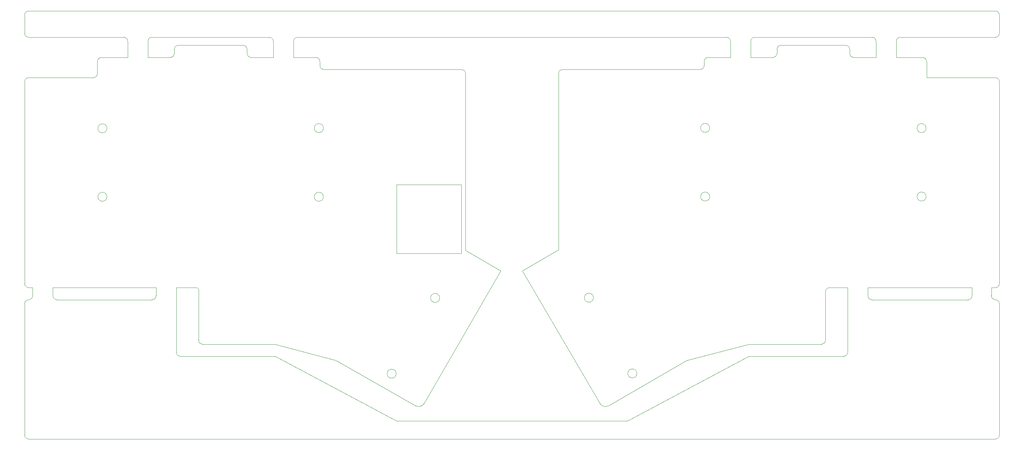
<source format=gbr>
%TF.GenerationSoftware,KiCad,Pcbnew,(6.0.8-1)-1*%
%TF.CreationDate,2022-11-15T13:56:26-05:00*%
%TF.ProjectId,kb2,6b62322e-6b69-4636-9164-5f7063625858,rev?*%
%TF.SameCoordinates,Original*%
%TF.FileFunction,Profile,NP*%
%FSLAX46Y46*%
G04 Gerber Fmt 4.6, Leading zero omitted, Abs format (unit mm)*
G04 Created by KiCad (PCBNEW (6.0.8-1)-1) date 2022-11-15 13:56:26*
%MOMM*%
%LPD*%
G01*
G04 APERTURE LIST*
%TA.AperFunction,Profile*%
%ADD10C,0.100000*%
%TD*%
G04 APERTURE END LIST*
D10*
X184000000Y-146000000D02*
X127000000Y-146000000D01*
X238500000Y-116000000D02*
X238500000Y-129000000D01*
X214000000Y-130000000D02*
X237500000Y-130000000D01*
X237500000Y-130000000D02*
G75*
G03*
X238500000Y-129000000I0J1000000D01*
G01*
X184000000Y-146000000D02*
X214000000Y-130000000D01*
X97000000Y-130000000D02*
X127000000Y-146000000D01*
X73500000Y-130000000D02*
X97000000Y-130000000D01*
X258000000Y-57000000D02*
G75*
G03*
X257000000Y-56000000I-999999J1D01*
G01*
X239000000Y-55000000D02*
G75*
G03*
X240000000Y-56000000I999999J-1D01*
G01*
X239000000Y-54000000D02*
G75*
G03*
X238000000Y-53000000I-999999J1D01*
G01*
X222000000Y-53000000D02*
G75*
G03*
X221000000Y-54000000I-1J-999999D01*
G01*
X220000000Y-56000000D02*
G75*
G03*
X221000000Y-55000000I1J999999D01*
G01*
X204000000Y-56000000D02*
G75*
G03*
X203000000Y-57000000I-1J-999999D01*
G01*
X202000000Y-59000000D02*
G75*
G03*
X203000000Y-58000000I1J999999D01*
G01*
X108000000Y-58000000D02*
G75*
G03*
X109000000Y-59000000I999999J-1D01*
G01*
X108000000Y-57000000D02*
G75*
G03*
X107000000Y-56000000I-999999J1D01*
G01*
X90000000Y-55000000D02*
G75*
G03*
X91000000Y-56000000I999999J-1D01*
G01*
X90000000Y-54000000D02*
G75*
G03*
X89000000Y-53000000I-999999J1D01*
G01*
X73000000Y-53000000D02*
G75*
G03*
X72000000Y-54000000I-1J-999999D01*
G01*
X71000000Y-56000000D02*
G75*
G03*
X72000000Y-55000000I1J999999D01*
G01*
X54000000Y-56000000D02*
G75*
G03*
X53000000Y-57000000I-1J-999999D01*
G01*
X52000000Y-61000000D02*
G75*
G03*
X53000000Y-60000000I1J999999D01*
G01*
X36000000Y-61000000D02*
G75*
G03*
X35000000Y-62000000I-1J-999999D01*
G01*
X275000000Y-51000000D02*
G75*
G03*
X276000000Y-50000000I1J999999D01*
G01*
X276000000Y-45500000D02*
G75*
G03*
X275000000Y-44500000I-999999J1D01*
G01*
X36000000Y-44500000D02*
G75*
G03*
X35000000Y-45500000I-1J-999999D01*
G01*
X35000000Y-50000000D02*
G75*
G03*
X36000000Y-51000000I999999J-1D01*
G01*
X276000000Y-62000000D02*
G75*
G03*
X275000000Y-61000000I-1000000J0D01*
G01*
X168000000Y-59000000D02*
G75*
G03*
X167000000Y-60000000I0J-1000000D01*
G01*
X166721411Y-103798735D02*
X167000000Y-103640000D01*
X167000000Y-103500000D02*
X167000000Y-103640000D01*
X144000000Y-60000000D02*
G75*
G03*
X143000000Y-59000000I-1000000J0D01*
G01*
X275000000Y-150500000D02*
G75*
G03*
X276000000Y-149500000I0J1000000D01*
G01*
X276000000Y-117000000D02*
G75*
G03*
X275000000Y-116000000I-1000000J0D01*
G01*
X274000000Y-115000000D02*
G75*
G03*
X275000000Y-116000000I1000000J0D01*
G01*
X275000000Y-113000000D02*
G75*
G03*
X276000000Y-112000000I0J1000000D01*
G01*
X274000000Y-113000000D02*
X275000000Y-113000000D01*
X274000000Y-113000000D02*
X274000000Y-115000000D01*
X72500000Y-129000000D02*
G75*
G03*
X73500000Y-130000000I1000000J0D01*
G01*
X35000000Y-149500000D02*
G75*
G03*
X36000000Y-150500000I1000000J0D01*
G01*
X36000000Y-116000000D02*
G75*
G03*
X35000000Y-117000000I0J-1000000D01*
G01*
X36000000Y-116000000D02*
G75*
G03*
X37000000Y-115000000I0J1000000D01*
G01*
X37000000Y-113000000D02*
X37000000Y-115000000D01*
X36000000Y-113000000D02*
X37000000Y-113000000D01*
X35000000Y-112000000D02*
G75*
G03*
X36000000Y-113000000I1000000J0D01*
G01*
X234000000Y-113000000D02*
G75*
G03*
X233000000Y-114000000I0J-1000000D01*
G01*
X268243128Y-116000000D02*
G75*
G03*
X269243128Y-115000000I0J1000000D01*
G01*
X243500000Y-115000000D02*
G75*
G03*
X244500000Y-116000000I1000000J0D01*
G01*
X232000000Y-127000000D02*
G75*
G03*
X233000000Y-126000000I0J1000000D01*
G01*
X177239999Y-141700000D02*
G75*
G03*
X179291972Y-142248860I1300000J749998D01*
G01*
X131698028Y-142258860D02*
G75*
G03*
X133750000Y-141710000I751972J1298860D01*
G01*
X78000000Y-126000000D02*
G75*
G03*
X79000000Y-127000000I1000000J0D01*
G01*
X78000000Y-113500000D02*
G75*
G03*
X77500000Y-113000000I-500000J0D01*
G01*
X66500000Y-116000000D02*
G75*
G03*
X67500000Y-115000000I0J1000000D01*
G01*
X42000000Y-115000000D02*
G75*
G03*
X43000000Y-116000000I1000000J0D01*
G01*
X275000000Y-150500000D02*
X36000000Y-150500000D01*
X72500000Y-129000000D02*
X72500000Y-116000000D01*
X268243128Y-116000000D02*
X244500000Y-116000000D01*
X43000000Y-116000000D02*
X66500000Y-116000000D01*
X209500000Y-52000000D02*
G75*
G03*
X208500000Y-51000000I-1000000J0D01*
G01*
X250500000Y-56000000D02*
X257000000Y-56000000D01*
X240000000Y-56000000D02*
X245500000Y-56000000D01*
X214500000Y-56000000D02*
X220000000Y-56000000D01*
X204000000Y-56000000D02*
X209500000Y-56000000D01*
X101500000Y-56000000D02*
X107000000Y-56000000D01*
X91000000Y-56000000D02*
X96500000Y-56000000D01*
X65500000Y-56000000D02*
X71000000Y-56000000D01*
X72500000Y-113000000D02*
X77500000Y-113000000D01*
X234000000Y-113000000D02*
X238500000Y-113000000D01*
X238500000Y-113000000D02*
X238500000Y-116000000D01*
X243500000Y-113000000D02*
X243500000Y-115000000D01*
X269243128Y-113000000D02*
X269243128Y-115000000D01*
X276000000Y-117000000D02*
X276000000Y-149500000D01*
X67500000Y-113000000D02*
X67500000Y-115000000D01*
X72500000Y-113000000D02*
X72500000Y-116000000D01*
X96500000Y-56000000D02*
X96500000Y-52000000D01*
X35000000Y-50000000D02*
X35000000Y-45500000D01*
X203000000Y-57000000D02*
X203000000Y-58000000D01*
X251500000Y-51000000D02*
G75*
G03*
X250500000Y-52000000I0J-1000000D01*
G01*
X204368034Y-73447225D02*
G75*
G03*
X204368034Y-73447225I-1118034J0D01*
G01*
X215500000Y-51000000D02*
X244500000Y-51000000D01*
X143995689Y-103798735D02*
X152717101Y-108828193D01*
X276000000Y-45500000D02*
X276000000Y-50000000D01*
X60500000Y-56000000D02*
X60500000Y-52000000D01*
X214000000Y-127000000D02*
X232000000Y-127000000D01*
X177240000Y-141700000D02*
X157999999Y-108828193D01*
X221000000Y-54000000D02*
X221000000Y-54000000D01*
X66500000Y-51000000D02*
G75*
G03*
X65500000Y-52000000I0J-1000000D01*
G01*
X66500000Y-51000000D02*
X95500000Y-51000000D01*
X108868034Y-73500000D02*
G75*
G03*
X108868034Y-73500000I-1118034J0D01*
G01*
X204368034Y-90447225D02*
G75*
G03*
X204368034Y-90447225I-1118034J0D01*
G01*
X245500000Y-52000000D02*
G75*
G03*
X244500000Y-51000000I-1000000J0D01*
G01*
X96500000Y-52000000D02*
G75*
G03*
X95500000Y-51000000I-1000000J0D01*
G01*
X144000000Y-103500000D02*
X144000000Y-60000000D01*
X257868034Y-73500000D02*
G75*
G03*
X257868034Y-73500000I-1118034J0D01*
G01*
X133750000Y-141710000D02*
X152717101Y-108828193D01*
X126868034Y-134302775D02*
G75*
G03*
X126868034Y-134302775I-1118034J0D01*
G01*
X108868034Y-90500000D02*
G75*
G03*
X108868034Y-90500000I-1118034J0D01*
G01*
X238000000Y-53000000D02*
X222000000Y-53000000D01*
X55368034Y-73552775D02*
G75*
G03*
X55368034Y-73552775I-1118034J0D01*
G01*
X36000000Y-51000000D02*
X59500000Y-51000000D01*
X243500000Y-113000000D02*
X269243128Y-113000000D01*
X214500000Y-56000000D02*
X214500000Y-52000000D01*
X167000000Y-60000000D02*
X167000000Y-103500000D01*
X221000000Y-54000000D02*
X221000000Y-55000000D01*
X108000000Y-58000000D02*
X108000000Y-57000000D01*
X42000000Y-113000000D02*
X67500000Y-113000000D01*
X250500000Y-56000000D02*
X250500000Y-52000000D01*
X72000000Y-54000000D02*
X72000000Y-55000000D01*
X239000000Y-55000000D02*
X239000000Y-54000000D01*
X251500000Y-51000000D02*
X275000000Y-51000000D01*
X79000000Y-127000000D02*
X97000000Y-127000000D01*
X55368034Y-90500000D02*
G75*
G03*
X55368034Y-90500000I-1118034J0D01*
G01*
X42000000Y-113000000D02*
X42000000Y-115000000D01*
X52000000Y-61000000D02*
X36000000Y-61000000D01*
X175618034Y-115500000D02*
G75*
G03*
X175618034Y-115500000I-1118034J0D01*
G01*
X202000000Y-59000000D02*
X168000000Y-59000000D01*
X65500000Y-56000000D02*
X65500000Y-52000000D01*
X35000000Y-62000000D02*
X35000000Y-112000000D01*
X215500000Y-51000000D02*
G75*
G03*
X214500000Y-52000000I0J-1000000D01*
G01*
X257868034Y-90447225D02*
G75*
G03*
X257868034Y-90447225I-1118034J0D01*
G01*
X186368034Y-134250000D02*
G75*
G03*
X186368034Y-134250000I-1118034J0D01*
G01*
X127000000Y-104500000D02*
X143000000Y-104500000D01*
X143000000Y-104500000D02*
X143000000Y-87500000D01*
X143000000Y-87500000D02*
X127000000Y-87500000D01*
X127000000Y-87500000D02*
X127000000Y-104500000D01*
X143000000Y-59000000D02*
X109000000Y-59000000D01*
X36000000Y-44500000D02*
X275000000Y-44500000D01*
X233000000Y-114000000D02*
X233000000Y-126000000D01*
X258000000Y-61000000D02*
X258000000Y-57000000D01*
X78000000Y-126000000D02*
X78000000Y-113500000D01*
X53000000Y-57000000D02*
X53000000Y-60000000D01*
X214000000Y-127000000D02*
X198717100Y-131000000D01*
X35000000Y-117000000D02*
X35000000Y-149500000D01*
X90000000Y-54000000D02*
X90000000Y-54000000D01*
X60500000Y-52000000D02*
G75*
G03*
X59500000Y-51000000I-1000000J0D01*
G01*
X137618034Y-115552775D02*
G75*
G03*
X137618034Y-115552775I-1118034J0D01*
G01*
X101500000Y-56000000D02*
X101500000Y-52000000D01*
X102500000Y-51000000D02*
X208500000Y-51000000D01*
X112000000Y-131000000D02*
X97000000Y-127000000D01*
X102500000Y-51000000D02*
G75*
G03*
X101500000Y-52000000I0J-1000000D01*
G01*
X198717100Y-131000000D02*
X179291972Y-142248860D01*
X131698028Y-142258860D02*
X112000000Y-131000000D01*
X60500000Y-56000000D02*
X54000000Y-56000000D01*
X89000000Y-53000000D02*
X73000000Y-53000000D01*
X209500000Y-56000000D02*
X209500000Y-52000000D01*
X157999999Y-108828193D02*
X166721411Y-103798735D01*
X90000000Y-55000000D02*
X90000000Y-54000000D01*
X276000000Y-112000000D02*
X276000000Y-62000000D01*
X275000000Y-61000000D02*
X258000000Y-61000000D01*
X144000000Y-103500000D02*
X143995689Y-103798735D01*
X245500000Y-56000000D02*
X245500000Y-52000000D01*
M02*

</source>
